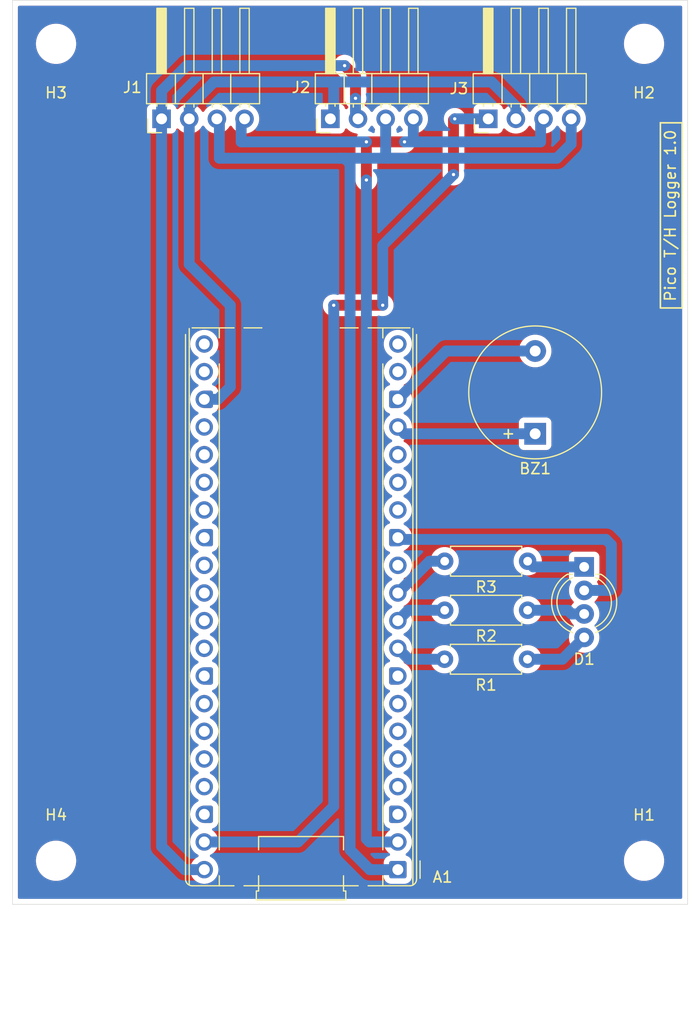
<source format=kicad_pcb>
(kicad_pcb (version 20241229) (generator "pcbnew") (generator_version "9.0")
  (layers (0 "F.Cu" signal) (2 "B.Cu" signal) (13 "F.Paste" user) (15 "B.Paste" user) (5 "F.SilkS" user "F.Silkscreen") (7 "B.SilkS" user "B.Silkscreen") (1 "F.Mask" user) (3 "B.Mask" user) (25 "Edge.Cuts" user))
  (net 0 "")
  (net 2 "Net-(A1-VSYS)")
  (net 3 "GND")
  (net 4 "Net-(A1-GPIO13)")
  (net 13 "Net-(A1-GPIO0)")
  (net 17 "Net-(A1-GPIO8)")
  (net 21 "Net-(A1-GPIO7)")
  (net 26 "Net-(A1-VBUS)")
  (net 28 "Net-(A1-GPIO6)")
  (net 33 "Net-(D1-DO)")
  (net 34 "Net-(D1-VDD)")
  (net 35 "Net-(D1-DI)")
  (net 36 "Net-(A1-GPIO1)")
  (footprint "Connector_PinHeader_2.54mm:PinHeader_1x04_P2.54mm_Horizontal" (layer "F.Cu") (at 174.19 45.885 90)
    (property "Reference" "J3" (at 2.77 -2.69 0) (layer "F.SilkS"))
    (property "Value" "Conn_01x04_Pin")
    (fp_line (start 4.15 -1.38) (end 1.39 -1.38) (stroke (width 0.12)) (layer "F.SilkS"))
    (fp_line (start 1.39 -1.38) (end 1.39 9) (stroke (width 0.12)) (layer "F.SilkS"))
    (fp_line (start -1.27 -1.27) (end 0 -1.27) (stroke (width 0.12)) (layer "F.SilkS"))
    (fp_line (start 1.16 -0.43) (end 1.39 -0.43) (stroke (width 0.12)) (layer "F.SilkS"))
    (fp_line (start -1.27 0) (end -1.27 -1.27) (stroke (width 0.12)) (layer "F.SilkS"))
    (fp_line (start 1.16 0.43) (end 1.39 0.43) (stroke (width 0.12)) (layer "F.SilkS"))
    (fp_line (start 1.39 1.27) (end 4.15 1.27) (stroke (width 0.12)) (layer "F.SilkS"))
    (fp_line (start 10.15 2.11) (end 10.15 2.97) (stroke (width 0.12)) (layer "F.SilkS"))
    (fp_line (start 4.15 2.11) (end 10.15 2.11) (stroke (width 0.12)) (layer "F.SilkS"))
    (fp_line (start 1.077358 2.11) (end 1.39 2.11) (stroke (width 0.12)) (layer "F.SilkS"))
    (fp_line (start 10.15 2.97) (end 4.15 2.97) (stroke (width 0.12)) (layer "F.SilkS"))
    (fp_line (start 1.077358 2.97) (end 1.39 2.97) (stroke (width 0.12)) (layer "F.SilkS"))
    (fp_line (start 1.39 3.81) (end 4.15 3.81) (stroke (width 0.12)) (layer "F.SilkS"))
    (fp_line (start 10.15 4.65) (end 10.15 5.51) (stroke (width 0.12)) (layer "F.SilkS"))
    (fp_line (start 4.15 4.65) (end 10.15 4.65) (stroke (width 0.12)) (layer "F.SilkS"))
    (fp_line (start 1.077358 4.65) (end 1.39 4.65) (stroke (width 0.12)) (layer "F.SilkS"))
    (fp_line (start 10.15 5.51) (end 4.15 5.51) (stroke (width 0.12)) (layer "F.SilkS"))
    (fp_line (start 1.077358 5.51) (end 1.39 5.51) (stroke (width 0.12)) (layer "F.SilkS"))
    (fp_line (start 1.39 6.35) (end 4.15 6.35) (stroke (width 0.12)) (layer "F.SilkS"))
    (fp_line (start 10.15 7.19) (end 10.15 8.05) (stroke (width 0.12)) (layer "F.SilkS"))
    (fp_line (start 4.15 7.19) (end 10.15 7.19) (stroke (width 0.12)) (layer "F.SilkS"))
    (fp_line (start 1.077358 7.19) (end 1.39 7.19) (stroke (width 0.12)) (layer "F.SilkS"))
    (fp_line (start 10.15 8.05) (end 4.15 8.05) (stroke (width 0.12)) (layer "F.SilkS"))
    (fp_line (start 1.077358 8.05) (end 1.39 8.05) (stroke (width 0.12)) (layer "F.SilkS"))
    (fp_line (start 4.15 9) (end 4.15 -1.38) (stroke (width 0.12)) (layer "F.SilkS"))
    (fp_line (start 1.39 9) (end 4.15 9) (stroke (width 0.12)) (layer "F.SilkS"))
    (fp_rect (start 4.15 -0.43) (end 10.15 0.43) (stroke (width 0.12)) (fill yes) (layer "F.SilkS"))
    (pad "1" thru_hole rect (at 0 0 90) (size 1.7 1.7) (drill 1) (layers "*.Cu" "*.Mask") (net 2 "Net-(A1-VSYS)"))
    (pad "2" thru_hole circle (at 0 2.54 90) (size 1.7 1.7) (drill 1) (layers "*.Cu" "*.Mask") (net 3 "GND"))
    (pad "3" thru_hole circle (at 0 5.08 90) (size 1.7 1.7) (drill 1) (layers "*.Cu" "*.Mask") (net 36 "Net-(A1-GPIO1)"))
    (pad "4" thru_hole circle (at 0 7.62 90) (size 1.7 1.7) (drill 1) (layers "*.Cu" "*.Mask") (net 13 "Net-(A1-GPIO0)"))
  )
  (footprint "Buzzer_Beeper:Buzzer_12x9.5RM7.6" (layer "F.Cu") (at 178.5 74.8 90)
    (property "Reference" "BZ1" (at -3.2 0 0) (layer "F.SilkS"))
    (property "Value" "Buzzer")
    (fp_circle (center 3.8 0) (end 9.9 0) (stroke (width 0.12)) (fill no) (layer "F.SilkS"))
    (fp_text user "+" (at -0.01 -2.54 90) (layer "F.SilkS"))
    (pad "1" thru_hole rect (at 0 0 90) (size 2 2) (drill 1) (layers "*.Cu" "*.Mask") (net 4 "Net-(A1-GPIO13)"))
    (pad "2" thru_hole circle (at 7.6 0 90) (size 2 2) (drill 1) (layers "*.Cu" "*.Mask") (net 3 "GND"))
  )
  (footprint "MountingHole:MountingHole_3.2mm_M3" (layer "F.Cu") (at 134.5 114)
    (property "Reference" "H4" (at 0 -4.2 0) (layer "F.SilkS"))
    (property "Value" "MountingHole")
    (pad "" np_thru_hole circle (at 0 0) (size 3.2 3.2) (drill 3.2) (layers "*.Cu" "*.Mask"))
  )
  (footprint "MountingHole:MountingHole_3.2mm_M3" (layer "F.Cu") (at 188.5 114)
    (property "Reference" "H1" (at 0 -4.2 0) (layer "F.SilkS"))
    (property "Value" "MountingHole")
    (pad "" np_thru_hole circle (at 0 0) (size 3.2 3.2) (drill 3.2) (layers "*.Cu" "*.Mask"))
  )
  (footprint "Resistor_THT:R_Axial_DIN0207_L6.3mm_D2.5mm_P7.62mm_Horizontal" (layer "F.Cu") (at 177.81 91 180)
    (property "Reference" "R2" (at 3.81 -2.37 180) (layer "F.SilkS"))
    (property "Value" "R")
    (fp_line (start 7.08 1.37) (end 7.08 1.04) (stroke (width 0.12)) (layer "F.SilkS"))
    (fp_line (start 7.08 -1.37) (end 7.08 -1.04) (stroke (width 0.12)) (layer "F.SilkS"))
    (fp_line (start 0.54 1.37) (end 7.08 1.37) (stroke (width 0.12)) (layer "F.SilkS"))
    (fp_line (start 0.54 1.04) (end 0.54 1.37) (stroke (width 0.12)) (layer "F.SilkS"))
    (fp_line (start 0.54 -1.04) (end 0.54 -1.37) (stroke (width 0.12)) (layer "F.SilkS"))
    (fp_line (start 0.54 -1.37) (end 7.08 -1.37) (stroke (width 0.12)) (layer "F.SilkS"))
    (pad "1" thru_hole circle (at 0 0 180) (size 1.6 1.6) (drill 0.8) (layers "*.Cu" "*.Mask") (net 34 "Net-(D1-VDD)"))
    (pad "2" thru_hole oval (at 7.62 0 180) (size 1.6 1.6) (drill 0.8) (layers "*.Cu" "*.Mask") (net 21 "Net-(A1-GPIO7)"))
  )
  (footprint "LED_THT:LED_D5.0mm-4_RGB_Wide_Pins" (layer "F.Cu") (at 183 87.023 -90)
    (property "Reference" "D1" (at 8.477 0 0) (layer "F.SilkS"))
    (property "Value" "APA-106-F5")
    (fp_line (start 0.6785 1.08) (end 0.6785 1.545) (stroke (width 0.12)) (layer "F.SilkS"))
    (fp_line (start 0.6785 -1.545) (end 0.6785 -1.08) (stroke (width 0.12)) (layer "F.SilkS"))
    (fp_arc (start 6.026315 1.080827) (mid 3.496956 2.978808) (end 0.6785 1.54483) (stroke (width 0.12)) (layer "F.SilkS"))
    (fp_arc (start 5.492979 1.080429) (mid 3.238262 2.5) (end 0.983816 1.08) (stroke (width 0.12)) (layer "F.SilkS"))
    (fp_arc (start 0.983816 -1.08) (mid 3.238262 -2.5) (end 5.492979 -1.080429) (stroke (width 0.12)) (layer "F.SilkS"))
    (fp_arc (start 0.6785 -1.54483) (mid 3.496956 -2.978809) (end 6.026315 -1.080827) (stroke (width 0.12)) (layer "F.SilkS"))
    (pad "1" thru_hole rect (at 0 0 270) (size 1.8 1.8) (drill 0.9) (layers "*.Cu" "*.Mask") (net 33 "Net-(D1-DO)"))
    (pad "2" thru_hole circle (at 2.159 0 270) (size 1.8 1.8) (drill 0.9) (layers "*.Cu" "*.Mask") (net 3 "GND"))
    (pad "3" thru_hole circle (at 4.318 0 270) (size 1.8 1.8) (drill 0.9) (layers "*.Cu" "*.Mask") (net 34 "Net-(D1-VDD)"))
    (pad "4" thru_hole circle (at 6.477 0 270) (size 1.8 1.8) (drill 0.9) (layers "*.Cu" "*.Mask") (net 35 "Net-(D1-DI)"))
  )
  (footprint "Resistor_THT:R_Axial_DIN0207_L6.3mm_D2.5mm_P7.62mm_Horizontal" (layer "F.Cu") (at 177.795187 95.5 180)
    (property "Reference" "R1" (at 3.81 -2.37 180) (layer "F.SilkS"))
    (property "Value" "R")
    (fp_line (start 7.08 1.37) (end 7.08 1.04) (stroke (width 0.12)) (layer "F.SilkS"))
    (fp_line (start 7.08 -1.37) (end 7.08 -1.04) (stroke (width 0.12)) (layer "F.SilkS"))
    (fp_line (start 0.54 1.37) (end 7.08 1.37) (stroke (width 0.12)) (layer "F.SilkS"))
    (fp_line (start 0.54 1.04) (end 0.54 1.37) (stroke (width 0.12)) (layer "F.SilkS"))
    (fp_line (start 0.54 -1.04) (end 0.54 -1.37) (stroke (width 0.12)) (layer "F.SilkS"))
    (fp_line (start 0.54 -1.37) (end 7.08 -1.37) (stroke (width 0.12)) (layer "F.SilkS"))
    (pad "1" thru_hole circle (at 0 0 180) (size 1.6 1.6) (drill 0.8) (layers "*.Cu" "*.Mask") (net 35 "Net-(D1-DI)"))
    (pad "2" thru_hole oval (at 7.62 0 180) (size 1.6 1.6) (drill 0.8) (layers "*.Cu" "*.Mask") (net 28 "Net-(A1-GPIO6)"))
  )
  (footprint "MountingHole:MountingHole_3.2mm_M3" (layer "F.Cu") (at 188.5 39)
    (property "Reference" "H2" (at 0 4.5 0) (layer "F.SilkS"))
    (property "Value" "MountingHole")
    (pad "" np_thru_hole circle (at 0 0) (size 3.2 3.2) (drill 3.2) (layers "*.Cu" "*.Mask"))
  )
  (footprint "Connector_PinHeader_2.54mm:PinHeader_1x04_P2.54mm_Horizontal" (layer "F.Cu") (at 144.19 45.885 90)
    (property "Reference" "J1" (at 2.885 -2.69 0) (layer "F.SilkS"))
    (property "Value" "Conn_01x04_Pin")
    (fp_line (start 4.15 -1.38) (end 1.39 -1.38) (stroke (width 0.12)) (layer "F.SilkS"))
    (fp_line (start 1.39 -1.38) (end 1.39 9) (stroke (width 0.12)) (layer "F.SilkS"))
    (fp_line (start -1.27 -1.27) (end 0 -1.27) (stroke (width 0.12)) (layer "F.SilkS"))
    (fp_line (start 1.16 -0.43) (end 1.39 -0.43) (stroke (width 0.12)) (layer "F.SilkS"))
    (fp_line (start -1.27 0) (end -1.27 -1.27) (stroke (width 0.12)) (layer "F.SilkS"))
    (fp_line (start 1.16 0.43) (end 1.39 0.43) (stroke (width 0.12)) (layer "F.SilkS"))
    (fp_line (start 1.39 1.27) (end 4.15 1.27) (stroke (width 0.12)) (layer "F.SilkS"))
    (fp_line (start 10.15 2.11) (end 10.15 2.97) (stroke (width 0.12)) (layer "F.SilkS"))
    (fp_line (start 4.15 2.11) (end 10.15 2.11) (stroke (width 0.12)) (layer "F.SilkS"))
    (fp_line (start 1.077358 2.11) (end 1.39 2.11) (stroke (width 0.12)) (layer "F.SilkS"))
    (fp_line (start 10.15 2.97) (end 4.15 2.97) (stroke (width 0.12)) (layer "F.SilkS"))
    (fp_line (start 1.077358 2.97) (end 1.39 2.97) (stroke (width 0.12)) (layer "F.SilkS"))
    (fp_line (start 1.39 3.81) (end 4.15 3.81) (stroke (width 0.12)) (layer "F.SilkS"))
    (fp_line (start 10.15 4.65) (end 10.15 5.51) (stroke (width 0.12)) (layer "F.SilkS"))
    (fp_line (start 4.15 4.65) (end 10.15 4.65) (stroke (width 0.12)) (layer "F.SilkS"))
    (fp_line (start 1.077358 4.65) (end 1.39 4.65) (stroke (width 0.12)) (layer "F.SilkS"))
    (fp_line (start 10.15 5.51) (end 4.15 5.51) (stroke (width 0.12)) (layer "F.SilkS"))
    (fp_line (start 1.077358 5.51) (end 1.39 5.51) (stroke (width 0.12)) (layer "F.SilkS"))
    (fp_line (start 1.39 6.35) (end 4.15 6.35) (stroke (width 0.12)) (layer "F.SilkS"))
    (fp_line (start 10.15 7.19) (end 10.15 8.05) (stroke (width 0.12)) (layer "F.SilkS"))
    (fp_line (start 4.15 7.19) (end 10.15 7.19) (stroke (width 0.12)) (layer "F.SilkS"))
    (fp_line (start 1.077358 7.19) (end 1.39 7.19) (stroke (width 0.12)) (layer "F.SilkS"))
    (fp_line (start 10.15 8.05) (end 4.15 8.05) (stroke (width 0.12)) (layer "F.SilkS"))
    (fp_line (start 1.077358 8.05) (end 1.39 8.05) (stroke (width 0.12)) (layer "F.SilkS"))
    (fp_line (start 4.15 9) (end 4.15 -1.38) (stroke (width 0.12)) (layer "F.SilkS"))
    (fp_line (start 1.39 9) (end 4.15 9) (stroke (width 0.12)) (layer "F.SilkS"))
    (fp_rect (start 4.15 -0.43) (end 10.15 0.43) (stroke (width 0.12)) (fill yes) (layer "F.SilkS"))
    (pad "1" thru_hole rect (at 0 0 90) (size 1.7 1.7) (drill 1) (layers "*.Cu" "*.Mask") (net 26 "Net-(A1-VBUS)"))
    (pad "2" thru_hole circle (at 0 2.54 90) (size 1.7 1.7) (drill 1) (layers "*.Cu" "*.Mask") (net 3 "GND"))
    (pad "3" thru_hole circle (at 0 5.08 90) (size 1.7 1.7) (drill 1) (layers "*.Cu" "*.Mask") (net 13 "Net-(A1-GPIO0)"))
    (pad "4" thru_hole circle (at 0 7.62 90) (size 1.7 1.7) (drill 1) (layers "*.Cu" "*.Mask") (net 36 "Net-(A1-GPIO1)"))
  )
  (footprint "MountingHole:MountingHole_3.2mm_M3" (layer "F.Cu") (at 134.5 39)
    (property "Reference" "H3" (at 0 4.5 0) (layer "F.SilkS"))
    (property "Value" "MountingHole")
    (pad "" np_thru_hole circle (at 0 0) (size 3.2 3.2) (drill 3.2) (layers "*.Cu" "*.Mask"))
  )
  (footprint "Connector_PinHeader_2.54mm:PinHeader_1x04_P2.54mm_Horizontal" (layer "F.Cu") (at 159.69 45.885 90)
    (property "Reference" "J2" (at 2.885 -2.69 0) (layer "F.SilkS"))
    (property "Value" "Conn_01x04_Pin")
    (fp_line (start 4.15 -1.38) (end 1.39 -1.38) (stroke (width 0.12)) (layer "F.SilkS"))
    (fp_line (start 1.39 -1.38) (end 1.39 9) (stroke (width 0.12)) (layer "F.SilkS"))
    (fp_line (start -1.27 -1.27) (end 0 -1.27) (stroke (width 0.12)) (layer "F.SilkS"))
    (fp_line (start 1.16 -0.43) (end 1.39 -0.43) (stroke (width 0.12)) (layer "F.SilkS"))
    (fp_line (start -1.27 0) (end -1.27 -1.27) (stroke (width 0.12)) (layer "F.SilkS"))
    (fp_line (start 1.16 0.43) (end 1.39 0.43) (stroke (width 0.12)) (layer "F.SilkS"))
    (fp_line (start 1.39 1.27) (end 4.15 1.27) (stroke (width 0.12)) (layer "F.SilkS"))
    (fp_line (start 10.15 2.11) (end 10.15 2.97) (stroke (width 0.12)) (layer "F.SilkS"))
    (fp_line (start 4.15 2.11) (end 10.15 2.11) (stroke (width 0.12)) (layer "F.SilkS"))
    (fp_line (start 1.077358 2.11) (end 1.39 2.11) (stroke (width 0.12)) (layer "F.SilkS"))
    (fp_line (start 10.15 2.97) (end 4.15 2.97) (stroke (width 0.12)) (layer "F.SilkS"))
    (fp_line (start 1.077358 2.97) (end 1.39 2.97) (stroke (width 0.12)) (layer "F.SilkS"))
    (fp_line (start 1.39 3.81) (end 4.15 3.81) (stroke (width 0.12)) (layer "F.SilkS"))
    (fp_line (start 10.15 4.65) (end 10.15 5.51) (stroke (width 0.12)) (layer "F.SilkS"))
    (fp_line (start 4.15 4.65) (end 10.15 4.65) (stroke (width 0.12)) (layer "F.SilkS"))
    (fp_line (start 1.077358 4.65) (end 1.39 4.65) (stroke (width 0.12)) (layer "F.SilkS"))
    (fp_line (start 10.15 5.51) (end 4.15 5.51) (stroke (width 0.12)) (layer "F.SilkS"))
    (fp_line (start 1.077358 5.51) (end 1.39 5.51) (stroke (width 0.12)) (layer "F.SilkS"))
    (fp_line (start 1.39 6.35) (end 4.15 6.35) (stroke (width 0.12)) (layer "F.SilkS"))
    (fp_line (start 10.15 7.19) (end 10.15 8.05) (stroke (width 0.12)) (layer "F.SilkS"))
    (fp_line (start 4.15 7.19) (end 10.15 7.19) (stroke (width 0.12)) (layer "F.SilkS"))
    (fp_line (start 1.077358 7.19) (end 1.39 7.19) (stroke (width 0.12)) (layer "F.SilkS"))
    (fp_line (start 10.15 8.05) (end 4.15 8.05) (stroke (width 0.12)) (layer "F.SilkS"))
    (fp_line (start 1.077358 8.05) (end 1.39 8.05) (stroke (width 0.12)) (layer "F.SilkS"))
    (fp_line (start 4.15 9) (end 4.15 -1.38) (stroke (width 0.12)) (layer "F.SilkS"))
    (fp_line (start 1.39 9) (end 4.15 9) (stroke (width 0.12)) (layer "F.SilkS"))
    (fp_rect (start 4.15 -0.43) (end 10.15 0.43) (stroke (width 0.12)) (fill yes) (layer "F.SilkS"))
    (pad "1" thru_hole rect (at 0 0 90) (size 1.7 1.7) (drill 1) (layers "*.Cu" "*.Mask") (net 3 "GND"))
    (pad "2" thru_hole circle (at 0 2.54 90) (size 1.7 1.7) (drill 1) (layers "*.Cu" "*.Mask") (net 26 "Net-(A1-VBUS)"))
    (pad "3" thru_hole circle (at 0 5.08 90) (size 1.7 1.7) (drill 1) (layers "*.Cu" "*.Mask") (net 13 "Net-(A1-GPIO0)"))
    (pad "4" thru_hole circle (at 0 7.62 90) (size 1.7 1.7) (drill 1) (layers "*.Cu" "*.Mask") (net 36 "Net-(A1-GPIO1)"))
  )
  (footprint "Resistor_THT:R_Axial_DIN0207_L6.3mm_D2.5mm_P7.62mm_Horizontal" (layer "F.Cu") (at 177.81 86.5 180)
    (property "Reference" "R3" (at 3.81 -2.37 180) (layer "F.SilkS"))
    (property "Value" "R")
    (fp_line (start 7.08 1.37) (end 7.08 1.04) (stroke (width 0.12)) (layer "F.SilkS"))
    (fp_line (start 7.08 -1.37) (end 7.08 -1.04) (stroke (width 0.12)) (layer "F.SilkS"))
    (fp_line (start 0.54 1.37) (end 7.08 1.37) (stroke (width 0.12)) (layer "F.SilkS"))
    (fp_line (start 0.54 1.04) (end 0.54 1.37) (stroke (width 0.12)) (layer "F.SilkS"))
    (fp_line (start 0.54 -1.04) (end 0.54 -1.37) (stroke (width 0.12)) (layer "F.SilkS"))
    (fp_line (start 0.54 -1.37) (end 7.08 -1.37) (stroke (width 0.12)) (layer "F.SilkS"))
    (pad "1" thru_hole circle (at 0 0 180) (size 1.6 1.6) (drill 0.8) (layers "*.Cu" "*.Mask") (net 33 "Net-(D1-DO)"))
    (pad "2" thru_hole oval (at 7.62 0 180) (size 1.6 1.6) (drill 0.8) (layers "*.Cu" "*.Mask") (net 17 "Net-(A1-GPIO8)"))
  )
  (footprint "Module:RaspberryPi_Pico_Common_THT" (layer "F.Cu") (at 165.89 114.8175 180)
    (property "Reference" "A1" (at -3.11 -0.6825 0) (layer "F.SilkS") (effects (justify left)))
    (property "Value" "RaspberryPi_Pico")
    (fp_line (start 19.5 -0.87) (end 19.5 49.13) (stroke (width 0.12)) (layer "F.SilkS"))
    (fp_line (start 19.16 49.677) (end 19.16 -1.417) (stroke (width 0.12)) (layer "F.SilkS"))
    (fp_line (start 18.89 -1.48) (end 16.4 -1.48) (stroke (width 0.12)) (layer "F.SilkS"))
    (fp_line (start 16.4 48.82648) (end 16.4 49.74) (stroke (width 0.12)) (layer "F.SilkS"))
    (fp_line (start 16.4 1.82648) (end 16.4 46.43352) (stroke (width 0.12)) (layer "F.SilkS"))
    (fp_line (start 16.4 -1.48) (end 16.4 -0.56648) (stroke (width 0.12)) (layer "F.SilkS"))
    (fp_line (start 15.052061 49.74) (end 18.89 49.74) (stroke (width 0.12)) (layer "F.SilkS"))
    (fp_line (start 15.052061 -1.48) (end 16.4 -1.48) (stroke (width 0.12)) (layer "F.SilkS"))
    (fp_line (start 14.127939 49.74) (end 12.49 49.74) (stroke (width 0.12)) (layer "F.SilkS"))
    (fp_line (start 13.125 -1.48) (end 14.127939 -1.48) (stroke (width 0.12)) (layer "F.SilkS"))
    (fp_line (start 13 -1.96) (end 12.79 -1.96) (stroke (width 0.12)) (layer "F.SilkS"))
    (fp_line (start 13 -2.78) (end 13 -1.96) (stroke (width 0.12)) (layer "F.SilkS"))
    (fp_line (start 12.79 3.04) (end 4.99 3.04) (stroke (width 0.12)) (layer "F.SilkS"))
    (fp_line (start 12.79 1.824) (end 12.79 3.04) (stroke (width 0.12)) (layer "F.SilkS"))
    (fp_line (start 12.79 -1.96) (end 12.79 -0.564) (stroke (width 0.12)) (layer "F.SilkS"))
    (fp_line (start 5.29 49.74) (end 3.652061 49.74) (stroke (width 0.12)) (layer "F.SilkS"))
    (fp_line (start 4.99 1.824) (end 4.99 3.04) (stroke (width 0.12)) (layer "F.SilkS"))
    (fp_line (start 4.99 -1.96) (end 4.99 -0.564) (stroke (width 0.12)) (layer "F.SilkS"))
    (fp_line (start 4.78 -1.96) (end 4.99 -1.96) (stroke (width 0.12)) (layer "F.SilkS"))
    (fp_line (start 4.78 -2.78) (end 13 -2.78) (stroke (width 0.12)) (layer "F.SilkS"))
    (fp_line (start 4.78 -2.78) (end 4.78 -1.96) (stroke (width 0.12)) (layer "F.SilkS"))
    (fp_line (start 4.655 -1.48) (end 13.125 -1.48) (stroke (width 0.12)) (layer "F.SilkS"))
    (fp_line (start 3.652061 -1.48) (end 4.655 -1.48) (stroke (width 0.12)) (layer "F.SilkS"))
    (fp_line (start 1.38 48.82648) (end 1.38 49.74) (stroke (width 0.12)) (layer "F.SilkS"))
    (fp_line (start 1.38 1.82648) (end 1.38 46.43352) (stroke (width 0.12)) (layer "F.SilkS"))
    (fp_line (start 1.38 -1.48) (end 2.72794 -1.48) (stroke (width 0.12)) (layer "F.SilkS"))
    (fp_line (start 1.38 -1.48) (end 1.38 -0.56648) (stroke (width 0.12)) (layer "F.SilkS"))
    (fp_line (start -1.11 49.74) (end 2.727939 49.74) (stroke (width 0.12)) (layer "F.SilkS"))
    (fp_line (start -1.11 -1.48) (end 1.38 -1.48) (stroke (width 0.12)) (layer "F.SilkS"))
    (fp_line (start -1.38 -1.417) (end -1.38 49.677) (stroke (width 0.12)) (layer "F.SilkS"))
    (fp_line (start -1.72 -0.87) (end -1.72 49.13) (stroke (width 0.12)) (layer "F.SilkS"))
    (fp_line (start -2.04 0.8) (end -2.04 -0.8) (stroke (width 0.12)) (layer "F.SilkS"))
    (fp_arc (start 18.89 -1.48) (mid 19.321335 -1.301335) (end 19.5 -0.87) (stroke (width 0.12)) (layer "F.SilkS"))
    (fp_arc (start -1.72 -0.87) (mid -1.541335 -1.301335) (end -1.11 -1.48) (stroke (width 0.12)) (layer "F.SilkS"))
    (pad "1" thru_hole roundrect (at 0 0 180) (size 1.6 1.6) (drill 1) (layers "*.Cu" "*.Mask") (roundrect_rratio 0.125) (net 13 "Net-(A1-GPIO0)"))
    (pad "2" thru_hole circle (at 0 2.54 180) (size 1.6 1.6) (drill 1) (layers "*.Cu" "*.Mask") (net 36 "Net-(A1-GPIO1)"))
    (pad "3" thru_hole custom (at 0 5.08 180) (size 1.6 1.6) (drill 1) (layers "*.Cu" "*.Mask") (net 3 "GND") (options (clearance outline) (anchor circle)) (primitives (gr_poly (pts (xy 0.8 0.6) (xy 0.8 -0.6) (xy 0.6 -0.8) (xy 0 -0.8) (xy 0 0.8) (xy 0.6 0.8)) (width 0) (fill yes)) (gr_circle (center 0.6 0.6) (end 0.8 0.6) (width 0) (fill yes)) (gr_circle (center 0.6 -0.6) (end 0.8 -0.6) (width 0) (fill yes))))
    (pad "4" thru_hole circle (at 0 7.62 180) (size 1.6 1.6) (drill 1) (layers "*.Cu" "*.Mask"))
    (pad "5" thru_hole circle (at 0 10.16 180) (size 1.6 1.6) (drill 1) (layers "*.Cu" "*.Mask"))
    (pad "6" thru_hole circle (at 0 12.7 180) (size 1.6 1.6) (drill 1) (layers "*.Cu" "*.Mask"))
    (pad "7" thru_hole circle (at 0 15.24 180) (size 1.6 1.6) (drill 1) (layers "*.Cu" "*.Mask"))
    (pad "8" thru_hole custom (at 0 17.78 180) (size 1.6 1.6) (drill 1) (layers "*.Cu" "*.Mask") (net 3 "GND") (options (clearance outline) (anchor circle)) (primitives (gr_poly (pts (xy 0.8 0.6) (xy 0.8 -0.6) (xy 0.6 -0.8) (xy 0 -0.8) (xy 0 0.8) (xy 0.6 0.8)) (width 0) (fill yes)) (gr_circle (center 0.6 0.6) (end 0.8 0.6) (width 0) (fill yes)) (gr_circle (center 0.6 -0.6) (end 0.8 -0.6) (width 0) (fill yes))))
    (pad "9" thru_hole circle (at 0 20.32 180) (size 1.6 1.6) (drill 1) (layers "*.Cu" "*.Mask") (net 28 "Net-(A1-GPIO6)"))
    (pad "10" thru_hole circle (at 0 22.86 180) (size 1.6 1.6) (drill 1) (layers "*.Cu" "*.Mask") (net 21 "Net-(A1-GPIO7)"))
    (pad "11" thru_hole circle (at 0 25.4 180) (size 1.6 1.6) (drill 1) (layers "*.Cu" "*.Mask") (net 17 "Net-(A1-GPIO8)"))
    (pad "12" thru_hole circle (at 0 27.94 180) (size 1.6 1.6) (drill 1) (layers "*.Cu" "*.Mask"))
    (pad "13" thru_hole custom (at 0 30.48 180) (size 1.6 1.6) (drill 1) (layers "*.Cu" "*.Mask") (net 3 "GND") (options (clearance outline) (anchor circle)) (primitives (gr_poly (pts (xy 0.8 0.6) (xy 0.8 -0.6) (xy 0.6 -0.8) (xy 0 -0.8) (xy 0 0.8) (xy 0.6 0.8)) (width 0) (fill yes)) (gr_circle (center 0.6 0.6) (end 0.8 0.6) (width 0) (fill yes)) (gr_circle (center 0.6 -0.6) (end 0.8 -0.6) (width 0) (fill yes))))
    (pad "14" thru_hole circle (at 0 33.02 180) (size 1.6 1.6) (drill 1) (layers "*.Cu" "*.Mask"))
    (pad "15" thru_hole circle (at 0 35.56 180) (size 1.6 1.6) (drill 1) (layers "*.Cu" "*.Mask"))
    (pad "16" thru_hole circle (at 0 38.1 180) (size 1.6 1.6) (drill 1) (layers "*.Cu" "*.Mask"))
    (pad "17" thru_hole circle (at 0 40.64 180) (size 1.6 1.6) (drill 1) (layers "*.Cu" "*.Mask") (net 4 "Net-(A1-GPIO13)"))
    (pad "18" thru_hole custom (at 0 43.18 180) (size 1.6 1.6) (drill 1) (layers "*.Cu" "*.Mask") (net 3 "GND") (options (clearance outline) (anchor circle)) (primitives (gr_poly (pts (xy 0.8 0.6) (xy 0.8 -0.6) (xy 0.6 -0.8) (xy 0 -0.8) (xy 0 0.8) (xy 0.6 0.8)) (width 0) (fill yes)) (gr_circle (center 0.6 0.6) (end 0.8 0.6) (width 0) (fill yes)) (gr_circle (center 0.6 -0.6) (end 0.8 -0.6) (width 0) (fill yes))))
    (pad "19" thru_hole circle (at 0 45.72 180) (size 1.6 1.6) (drill 1) (layers "*.Cu" "*.Mask"))
    (pad "20" thru_hole circle (at 0 48.26 180) (size 1.6 1.6) (drill 1) (layers "*.Cu" "*.Mask"))
    (pad "21" thru_hole circle (at 17.78 48.26 180) (size 1.6 1.6) (drill 1) (layers "*.Cu" "*.Mask"))
    (pad "22" thru_hole circle (at 17.78 45.72 180) (size 1.6 1.6) (drill 1) (layers "*.Cu" "*.Mask"))
    (pad "23" thru_hole custom (at 17.78 43.18 180) (size 1.6 1.6) (drill 1) (layers "*.Cu" "*.Mask") (net 3 "GND") (options (clearance outline) (anchor circle)) (primitives (gr_poly (pts (xy -0.8 0.6) (xy -0.8 -0.6) (xy -0.6 -0.8) (xy 0 -0.8) (xy 0 0.8) (xy -0.6 0.8)) (width 0) (fill yes)) (gr_circle (center -0.6 0.6) (end -0.4 0.6) (width 0) (fill yes)) (gr_circle (center -0.6 -0.6) (end -0.4 -0.6) (width 0) (fill yes))))
    (pad "24" thru_hole circle (at 17.78 40.64 180) (size 1.6 1.6) (drill 1) (layers "*.Cu" "*.Mask"))
    (pad "25" thru_hole circle (at 17.78 38.1 180) (size 1.6 1.6) (drill 1) (layers "*.Cu" "*.Mask"))
    (pad "26" thru_hole circle (at 17.78 35.56 180) (size 1.6 1.6) (drill 1) (layers "*.Cu" "*.Mask"))
    (pad "27" thru_hole circle (at 17.78 33.02 180) (size 1.6 1.6) (drill 1) (layers "*.Cu" "*.Mask"))
    (pad "28" thru_hole custom (at 17.78 30.48 180) (size 1.6 1.6) (drill 1) (layers "*.Cu" "*.Mask") (net 3 "GND") (options (clearance outline) (anchor circle)) (primitives (gr_poly (pts (xy -0.8 0.6) (xy -0.8 -0.6) (xy -0.6 -0.8) (xy 0 -0.8) (xy 0 0.8) (xy -0.6 0.8)) (width 0) (fill yes)) (gr_circle (center -0.6 0.6) (end -0.4 0.6) (width 0) (fill yes)) (gr_circle (center -0.6 -0.6) (end -0.4 -0.6) (width 0) (fill yes))))
    (pad "29" thru_hole circle (at 17.78 27.94 180) (size 1.6 1.6) (drill 1) (layers "*.Cu" "*.Mask"))
    (pad "30" thru_hole circle (at 17.78 25.4 180) (size 1.6 1.6) (drill 1) (layers "*.Cu" "*.Mask"))
    (pad "31" thru_hole circle (at 17.78 22.86 180) (size 1.6 1.6) (drill 1) (layers "*.Cu" "*.Mask"))
    (pad "32" thru_hole circle (at 17.78 20.32 180) (size 1.6 1.6) (drill 1) (layers "*.Cu" "*.Mask"))
    (pad "33" thru_hole custom (at 17.78 17.78 180) (size 1.6 1.6) (drill 1) (layers "*.Cu" "*.Mask") (net 3 "GND") (options (clearance outline) (anchor circle)) (primitives (gr_poly (pts (xy -0.8 0.6) (xy -0.8 -0.6) (xy -0.6 -0.8) (xy 0 -0.8) (xy 0 0.8) (xy -0.6 0.8)) (width 0) (fill yes)) (gr_circle (center -0.6 0.6) (end -0.4 0.6) (width 0) (fill yes)) (gr_circle (center -0.6 -0.6) (end -0.4 -0.6) (width 0) (fill yes))))
    (pad "34" thru_hole circle (at 17.78 15.24 180) (size 1.6 1.6) (drill 1) (layers "*.Cu" "*.Mask"))
    (pad "35" thru_hole circle (at 17.78 12.7 180) (size 1.6 1.6) (drill 1) (layers "*.Cu" "*.Mask"))
    (pad "36" thru_hole circle (at 17.78 10.16 180) (size 1.6 1.6) (drill 1) (layers "*.Cu" "*.Mask"))
    (pad "37" thru_hole circle (at 17.78 7.62 180) (size 1.6 1.6) (drill 1) (layers "*.Cu" "*.Mask"))
    (pad "38" thru_hole custom (at 17.78 5.08 180) (size 1.6 1.6) (drill 1) (layers "*.Cu" "*.Mask") (net 3 "GND") (options (clearance outline) (anchor circle)) (primitives (gr_poly (pts (xy -0.8 0.6) (xy -0.8 -0.6) (xy -0.6 -0.8) (xy 0 -0.8) (xy 0 0.8) (xy -0.6 0.8)) (width 0) (fill yes)) (gr_circle (center -0.6 0.6) (end -0.4 0.6) (width 0) (fill yes)) (gr_circle (center -0.6 -0.6) (end -0.4 -0.6) (width 0) (fill yes))))
    (pad "39" thru_hole circle (at 17.78 2.54 180) (size 1.6 1.6) (drill 1) (layers "*.Cu" "*.Mask") (net 2 "Net-(A1-VSYS)"))
    (pad "40" thru_hole circle (at 17.78 0 180) (size 1.6 1.6) (drill 1) (layers "*.Cu" "*.Mask") (net 26 "Net-(A1-VBUS)"))
  )
  (gr_rect (start 190 46.25) (end 192 63.25) (stroke (width 0.15)) (fill no) (layer "F.SilkS"))
  (gr_rect (start 130.5 35) (end 192.5 118) (stroke (width 0.05)) (fill no) (layer "Edge.Cuts"))
  (gr_text "Pico T/H Logger 1.0" (at 191.5 62.75 90) (layer "F.SilkS") (effects (font (size 1 1)) (justify left bottom)))
  (segment (start 160 63) (end 164.5 63) (width 1) (layer "F.Cu") (net 2))
  (segment (start 171.115 45.885) (end 171 46) (width 1) (layer "F.Cu") (net 2))
  (segment (start 171 46) (end 171 51) (width 1) (layer "F.Cu") (net 2))
  (via (at 171 51) (size 1) (drill 0.3) (layers "F.Cu" "B.Cu") (net 2))
  (via (at 164.5 63) (size 1) (drill 0.3) (layers "F.Cu" "B.Cu") (net 2))
  (via (at 171.115 45.885) (size 1) (drill 0.3) (layers "F.Cu" "B.Cu") (net 2))
  (via (at 160 63) (size 1) (drill 0.3) (layers "F.Cu" "B.Cu") (net 2))
  (segment (start 174.19 45.885) (end 171.115 45.885) (width 1) (layer "B.Cu") (net 2))
  (segment (start 171 51) (end 164.5 57.5) (width 1) (layer "B.Cu") (net 2))
  (segment (start 164.5 57.5) (end 164.5 63) (width 1) (layer "B.Cu") (net 2))
  (segment (start 160 109) (end 156.7225 112.2775) (width 1) (layer "B.Cu") (net 2))
  (segment (start 160 63) (end 160 109) (width 1) (layer "B.Cu") (net 2))
  (segment (start 156.7225 112.2775) (end 148.11 112.2775) (width 1) (layer "B.Cu") (net 2))
  (segment (start 170.3275 67.2) (end 165.89 71.6375) (width 1) (layer "B.Cu") (net 3))
  (segment (start 174.5 42.5) (end 176.73 44.73) (width 1) (layer "B.Cu") (net 3))
  (segment (start 149.3625 71.6375) (end 148.11 71.6375) (width 1) (layer "B.Cu") (net 3))
  (segment (start 185 84.5) (end 166.0525 84.5) (width 1) (layer "B.Cu") (net 3))
  (segment (start 146.73 45.885) (end 146.73 59.23) (width 1) (layer "B.Cu") (net 3))
  (segment (start 185.318 89.182) (end 185.5 89) (width 1) (layer "B.Cu") (net 3))
  (segment (start 146.73 44.77) (end 149 42.5) (width 1) (layer "B.Cu") (net 3))
  (segment (start 150.5 63) (end 150.5 70.5) (width 1) (layer "B.Cu") (net 3))
  (segment (start 159.5 45.695) (end 159.69 45.885) (width 0.2) (layer "B.Cu") (net 3))
  (segment (start 146.73 59.23) (end 150.5 63) (width 1) (layer "B.Cu") (net 3))
  (segment (start 176.73 44.73) (end 176.73 45.885) (width 1) (layer "B.Cu") (net 3))
  (segment (start 185.5 89) (end 185.5 85) (width 1) (layer "B.Cu") (net 3))
  (segment (start 178.5 67.2) (end 170.3275 67.2) (width 1) (layer "B.Cu") (net 3))
  (segment (start 150.5 70.5) (end 149.3625 71.6375) (width 1) (layer "B.Cu") (net 3))
  (segment (start 183 89.182) (end 185.318 89.182) (width 1) (layer "B.Cu") (net 3))
  (segment (start 149 42.5) (end 174.5 42.5) (width 1) (layer "B.Cu") (net 3))
  (segment (start 160 45.575) (end 160 43) (width 1) (layer "B.Cu") (net 3))
  (segment (start 185.5 85) (end 185 84.5) (width 1) (layer "B.Cu") (net 3))
  (segment (start 166.0525 84.5) (end 165.89 84.3375) (width 1) (layer "B.Cu") (net 3))
  (segment (start 146.73 45.885) (end 146.73 44.77) (width 1) (layer "B.Cu") (net 3))
  (segment (start 177 45.615) (end 176.73 45.885) (width 0.2) (layer "B.Cu") (net 3))
  (segment (start 159.69 45.885) (end 160 45.575) (width 1) (layer "B.Cu") (net 3))
  (segment (start 178.5 74.8) (end 166.5125 74.8) (width 1) (layer "B.Cu") (net 4))
  (segment (start 166.5125 74.8) (end 165.89 74.1775) (width 1) (layer "B.Cu") (net 4))
  (segment (start 163.3175 114.8175) (end 165.89 114.8175) (width 1) (layer "B.Cu") (net 13))
  (segment (start 164.77 49.27) (end 165 49.5) (width 1) (layer "B.Cu") (net 13))
  (segment (start 149.5 46.115) (end 149.5 49.5) (width 1) (layer "B.Cu") (net 13))
  (segment (start 161 49.5) (end 161.5 50) (width 1) (layer "B.Cu") (net 13))
  (segment (start 161.5 50) (end 161.5 113) (width 1) (layer "B.Cu") (net 13))
  (segment (start 149.27 45.885) (end 149.5 46.115) (width 0.2) (layer "B.Cu") (net 13))
  (segment (start 165 49.5) (end 180.5 49.5) (width 1) (layer "B.Cu") (net 13))
  (segment (start 160.5 49.5) (end 165 49.5) (width 1) (layer "B.Cu") (net 13))
  (segment (start 180.5 49.5) (end 181.81 48.19) (width 1) (layer "B.Cu") (net 13))
  (segment (start 160.5 49.5) (end 161 49.5) (width 1) (layer "B.Cu") (net 13))
  (segment (start 149.5 49.5) (end 160.5 49.5) (width 1) (layer "B.Cu") (net 13))
  (segment (start 164.77 45.885) (end 164.77 49.27) (width 1) (layer "B.Cu") (net 13))
  (segment (start 181.81 48.19) (end 181.81 45.885) (width 1) (layer "B.Cu") (net 13))
  (segment (start 161.5 113) (end 163.3175 114.8175) (width 1) (layer "B.Cu") (net 13))
  (segment (start 170.19 86.5) (end 168.8075 86.5) (width 1) (layer "B.Cu") (net 17))
  (segment (start 168.8075 86.5) (end 165.89 89.4175) (width 1) (layer "B.Cu") (net 17))
  (segment (start 166.8475 91) (end 165.89 91.9575) (width 1) (layer "B.Cu") (net 21))
  (segment (start 170.19 91) (end 166.8475 91) (width 1) (layer "B.Cu") (net 21))
  (segment (start 162 42) (end 162 44) (width 1) (layer "F.Cu") (net 26))
  (segment (start 161 41) (end 162 42) (width 1) (layer "F.Cu") (net 26))
  (via (at 162 44) (size 1) (drill 0.3) (layers "F.Cu" "B.Cu") (net 26))
  (via (at 161 41) (size 1) (drill 0.3) (layers "F.Cu" "B.Cu") (net 26))
  (segment (start 162 45.655) (end 162.23 45.885) (width 1) (layer "B.Cu") (net 26))
  (segment (start 146.5 41) (end 144.19 43.31) (width 1) (layer "B.Cu") (net 26))
  (segment (start 162.5 45.615) (end 162.23 45.885) (width 0.2) (layer "B.Cu") (net 26))
  (segment (start 162 44) (end 162 45.655) (width 1) (layer "B.Cu") (net 26))
  (segment (start 144.19 112.69) (end 146.3175 114.8175) (width 1) (layer "B.Cu") (net 26))
  (segment (start 146.3175 114.8175) (end 148.11 114.8175) (width 1) (layer "B.Cu") (net 26))
  (segment (start 144.19 43.31) (end 144.19 45.885) (width 1) (layer "B.Cu") (net 26))
  (segment (start 161 41) (end 146.5 41) (width 1) (layer "B.Cu") (net 26))
  (segment (start 144.19 45.885) (end 144.19 112.69) (width 1) (layer "B.Cu") (net 26))
  (segment (start 165.89 94.4975) (end 166.8925 95.5) (width 1) (layer "B.Cu") (net 28))
  (segment (start 166.8925 95.5) (end 170.175187 95.5) (width 1) (layer "B.Cu") (net 28))
  (segment (start 178.333 87.023) (end 183 87.023) (width 1) (layer "B.Cu") (net 33))
  (segment (start 177.81 86.5) (end 178.333 87.023) (width 1) (layer "B.Cu") (net 33))
  (segment (start 181.5 91) (end 181.841 91.341) (width 1) (layer "B.Cu") (net 34))
  (segment (start 181.841 91.341) (end 183 91.341) (width 1) (layer "B.Cu") (net 34))
  (segment (start 177.81 91) (end 181.5 91) (width 1) (layer "B.Cu") (net 34))
  (segment (start 181 95.5) (end 183 93.5) (width 1) (layer "B.Cu") (net 35))
  (segment (start 177.795187 95.5) (end 181 95.5) (width 1) (layer "B.Cu") (net 35))
  (segment (start 166.5 48) (end 163 48) (width 1) (layer "F.Cu") (net 36))
  (segment (start 163 48) (end 163 51.5) (width 1) (layer "F.Cu") (net 36))
  (via (at 163 51.5) (size 1) (drill 0.3) (layers "F.Cu" "B.Cu") (net 36))
  (via (at 163 48) (size 1) (drill 0.3) (layers "F.Cu" "B.Cu") (net 36))
  (via (at 166.5 48) (size 1) (drill 0.3) (layers "F.Cu" "B.Cu") (net 36))
  (segment (start 179 48) (end 179 46.155) (width 1) (layer "B.Cu") (net 36))
  (segment (start 167.31 45.885) (end 167.31 47.81) (width 1) (layer "B.Cu") (net 36))
  (segment (start 151.5 46.195) (end 151.81 45.885) (width 1) (layer "B.Cu") (net 36))
  (segment (start 163 48) (end 151.5 48) (width 1) (layer "B.Cu") (net 36))
  (segment (start 163.2775 112.2775) (end 165.89 112.2775) (width 1) (layer "B.Cu") (net 36))
  (segment (start 167.31 47.81) (end 167.5 48) (width 1) (layer "B.Cu") (net 36))
  (segment (start 163 112) (end 163.2775 112.2775) (width 1) (layer "B.Cu") (net 36))
  (segment (start 179 46.155) (end 179.27 45.885) (width 1) (layer "B.Cu") (net 36))
  (segment (start 151.5 48) (end 151.5 46.195) (width 1) (layer "B.Cu") (net 36))
  (segment (start 166.5 48) (end 167.5 48) (width 1) (layer "B.Cu") (net 36))
  (segment (start 163 51.5) (end 163 112) (width 1) (layer "B.Cu") (net 36))
  (segment (start 167.5 48) (end 179 48) (width 1) (layer "B.Cu") (net 36))
  (zone (net 0) (net_name "") (layer "F.Cu") (name "S2") (priority 1) (connect_pads (clearance 0.5)) (min_thickness 0.25) (fill yes (thermal_gap 0.5) (thermal_bridge_width 0.5) (island_removal_mode 1) (island_area_min 10))
    (polygon (pts (xy 130.5 35) (xy 192.5 35) (xy 192.5 118) (xy 130.5 118)))
  )
  (zone (net 0) (net_name "") (layer "B.Cu") (name "A1") (connect_pads (clearance 0.5)) (min_thickness 0.25) (fill yes (thermal_gap 0.5) (thermal_bridge_width 0.5) (island_removal_mode 1) (island_area_min 10))
    (polygon (pts (xy 130.5 35) (xy 192.5 35) (xy 192.5 118) (xy 130.5 118)))
  )
)
</source>
